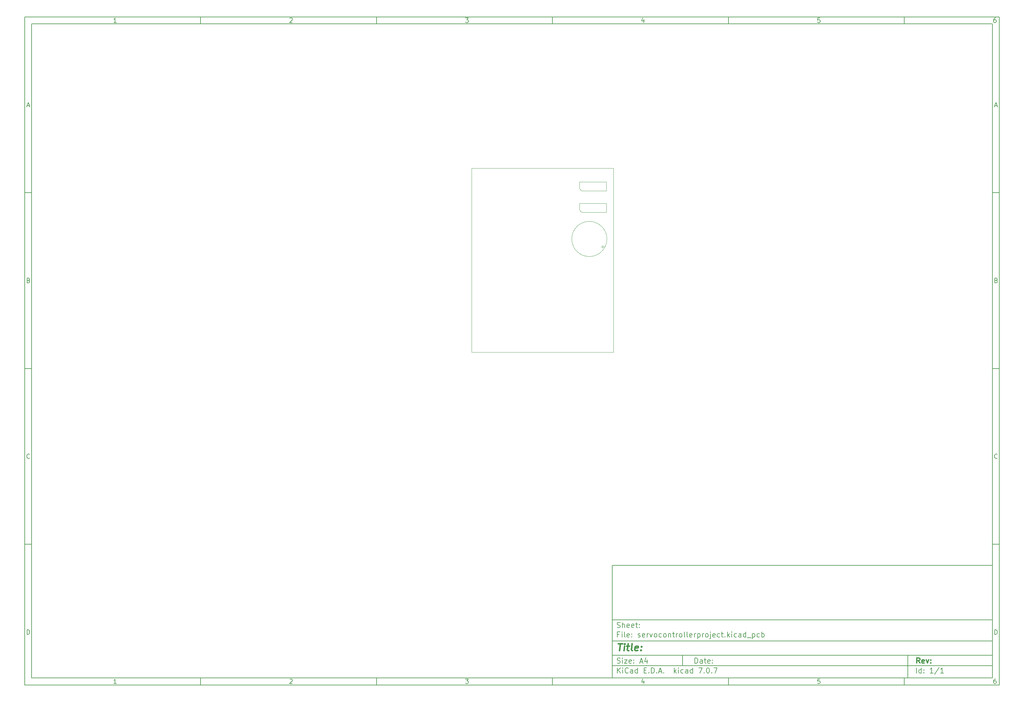
<source format=gbr>
%TF.GenerationSoftware,KiCad,Pcbnew,7.0.7*%
%TF.CreationDate,2024-02-01T17:54:51-08:00*%
%TF.ProjectId,servocontrollerproject,73657276-6f63-46f6-9e74-726f6c6c6572,rev?*%
%TF.SameCoordinates,Original*%
%TF.FileFunction,Profile,NP*%
%FSLAX46Y46*%
G04 Gerber Fmt 4.6, Leading zero omitted, Abs format (unit mm)*
G04 Created by KiCad (PCBNEW 7.0.7) date 2024-02-01 17:54:51*
%MOMM*%
%LPD*%
G01*
G04 APERTURE LIST*
%ADD10C,0.100000*%
%ADD11C,0.150000*%
%ADD12C,0.300000*%
%ADD13C,0.400000*%
%TA.AperFunction,Profile*%
%ADD14C,0.100000*%
%TD*%
G04 APERTURE END LIST*
D10*
D11*
X177002200Y-166007200D02*
X285002200Y-166007200D01*
X285002200Y-198007200D01*
X177002200Y-198007200D01*
X177002200Y-166007200D01*
D10*
D11*
X10000000Y-10000000D02*
X287002200Y-10000000D01*
X287002200Y-200007200D01*
X10000000Y-200007200D01*
X10000000Y-10000000D01*
D10*
D11*
X12000000Y-12000000D02*
X285002200Y-12000000D01*
X285002200Y-198007200D01*
X12000000Y-198007200D01*
X12000000Y-12000000D01*
D10*
D11*
X60000000Y-12000000D02*
X60000000Y-10000000D01*
D10*
D11*
X110000000Y-12000000D02*
X110000000Y-10000000D01*
D10*
D11*
X160000000Y-12000000D02*
X160000000Y-10000000D01*
D10*
D11*
X210000000Y-12000000D02*
X210000000Y-10000000D01*
D10*
D11*
X260000000Y-12000000D02*
X260000000Y-10000000D01*
D10*
D11*
X36089160Y-11593604D02*
X35346303Y-11593604D01*
X35717731Y-11593604D02*
X35717731Y-10293604D01*
X35717731Y-10293604D02*
X35593922Y-10479319D01*
X35593922Y-10479319D02*
X35470112Y-10603128D01*
X35470112Y-10603128D02*
X35346303Y-10665033D01*
D10*
D11*
X85346303Y-10417414D02*
X85408207Y-10355509D01*
X85408207Y-10355509D02*
X85532017Y-10293604D01*
X85532017Y-10293604D02*
X85841541Y-10293604D01*
X85841541Y-10293604D02*
X85965350Y-10355509D01*
X85965350Y-10355509D02*
X86027255Y-10417414D01*
X86027255Y-10417414D02*
X86089160Y-10541223D01*
X86089160Y-10541223D02*
X86089160Y-10665033D01*
X86089160Y-10665033D02*
X86027255Y-10850747D01*
X86027255Y-10850747D02*
X85284398Y-11593604D01*
X85284398Y-11593604D02*
X86089160Y-11593604D01*
D10*
D11*
X135284398Y-10293604D02*
X136089160Y-10293604D01*
X136089160Y-10293604D02*
X135655826Y-10788842D01*
X135655826Y-10788842D02*
X135841541Y-10788842D01*
X135841541Y-10788842D02*
X135965350Y-10850747D01*
X135965350Y-10850747D02*
X136027255Y-10912652D01*
X136027255Y-10912652D02*
X136089160Y-11036461D01*
X136089160Y-11036461D02*
X136089160Y-11345985D01*
X136089160Y-11345985D02*
X136027255Y-11469795D01*
X136027255Y-11469795D02*
X135965350Y-11531700D01*
X135965350Y-11531700D02*
X135841541Y-11593604D01*
X135841541Y-11593604D02*
X135470112Y-11593604D01*
X135470112Y-11593604D02*
X135346303Y-11531700D01*
X135346303Y-11531700D02*
X135284398Y-11469795D01*
D10*
D11*
X185965350Y-10726938D02*
X185965350Y-11593604D01*
X185655826Y-10231700D02*
X185346303Y-11160271D01*
X185346303Y-11160271D02*
X186151064Y-11160271D01*
D10*
D11*
X236027255Y-10293604D02*
X235408207Y-10293604D01*
X235408207Y-10293604D02*
X235346303Y-10912652D01*
X235346303Y-10912652D02*
X235408207Y-10850747D01*
X235408207Y-10850747D02*
X235532017Y-10788842D01*
X235532017Y-10788842D02*
X235841541Y-10788842D01*
X235841541Y-10788842D02*
X235965350Y-10850747D01*
X235965350Y-10850747D02*
X236027255Y-10912652D01*
X236027255Y-10912652D02*
X236089160Y-11036461D01*
X236089160Y-11036461D02*
X236089160Y-11345985D01*
X236089160Y-11345985D02*
X236027255Y-11469795D01*
X236027255Y-11469795D02*
X235965350Y-11531700D01*
X235965350Y-11531700D02*
X235841541Y-11593604D01*
X235841541Y-11593604D02*
X235532017Y-11593604D01*
X235532017Y-11593604D02*
X235408207Y-11531700D01*
X235408207Y-11531700D02*
X235346303Y-11469795D01*
D10*
D11*
X285965350Y-10293604D02*
X285717731Y-10293604D01*
X285717731Y-10293604D02*
X285593922Y-10355509D01*
X285593922Y-10355509D02*
X285532017Y-10417414D01*
X285532017Y-10417414D02*
X285408207Y-10603128D01*
X285408207Y-10603128D02*
X285346303Y-10850747D01*
X285346303Y-10850747D02*
X285346303Y-11345985D01*
X285346303Y-11345985D02*
X285408207Y-11469795D01*
X285408207Y-11469795D02*
X285470112Y-11531700D01*
X285470112Y-11531700D02*
X285593922Y-11593604D01*
X285593922Y-11593604D02*
X285841541Y-11593604D01*
X285841541Y-11593604D02*
X285965350Y-11531700D01*
X285965350Y-11531700D02*
X286027255Y-11469795D01*
X286027255Y-11469795D02*
X286089160Y-11345985D01*
X286089160Y-11345985D02*
X286089160Y-11036461D01*
X286089160Y-11036461D02*
X286027255Y-10912652D01*
X286027255Y-10912652D02*
X285965350Y-10850747D01*
X285965350Y-10850747D02*
X285841541Y-10788842D01*
X285841541Y-10788842D02*
X285593922Y-10788842D01*
X285593922Y-10788842D02*
X285470112Y-10850747D01*
X285470112Y-10850747D02*
X285408207Y-10912652D01*
X285408207Y-10912652D02*
X285346303Y-11036461D01*
D10*
D11*
X60000000Y-198007200D02*
X60000000Y-200007200D01*
D10*
D11*
X110000000Y-198007200D02*
X110000000Y-200007200D01*
D10*
D11*
X160000000Y-198007200D02*
X160000000Y-200007200D01*
D10*
D11*
X210000000Y-198007200D02*
X210000000Y-200007200D01*
D10*
D11*
X260000000Y-198007200D02*
X260000000Y-200007200D01*
D10*
D11*
X36089160Y-199600804D02*
X35346303Y-199600804D01*
X35717731Y-199600804D02*
X35717731Y-198300804D01*
X35717731Y-198300804D02*
X35593922Y-198486519D01*
X35593922Y-198486519D02*
X35470112Y-198610328D01*
X35470112Y-198610328D02*
X35346303Y-198672233D01*
D10*
D11*
X85346303Y-198424614D02*
X85408207Y-198362709D01*
X85408207Y-198362709D02*
X85532017Y-198300804D01*
X85532017Y-198300804D02*
X85841541Y-198300804D01*
X85841541Y-198300804D02*
X85965350Y-198362709D01*
X85965350Y-198362709D02*
X86027255Y-198424614D01*
X86027255Y-198424614D02*
X86089160Y-198548423D01*
X86089160Y-198548423D02*
X86089160Y-198672233D01*
X86089160Y-198672233D02*
X86027255Y-198857947D01*
X86027255Y-198857947D02*
X85284398Y-199600804D01*
X85284398Y-199600804D02*
X86089160Y-199600804D01*
D10*
D11*
X135284398Y-198300804D02*
X136089160Y-198300804D01*
X136089160Y-198300804D02*
X135655826Y-198796042D01*
X135655826Y-198796042D02*
X135841541Y-198796042D01*
X135841541Y-198796042D02*
X135965350Y-198857947D01*
X135965350Y-198857947D02*
X136027255Y-198919852D01*
X136027255Y-198919852D02*
X136089160Y-199043661D01*
X136089160Y-199043661D02*
X136089160Y-199353185D01*
X136089160Y-199353185D02*
X136027255Y-199476995D01*
X136027255Y-199476995D02*
X135965350Y-199538900D01*
X135965350Y-199538900D02*
X135841541Y-199600804D01*
X135841541Y-199600804D02*
X135470112Y-199600804D01*
X135470112Y-199600804D02*
X135346303Y-199538900D01*
X135346303Y-199538900D02*
X135284398Y-199476995D01*
D10*
D11*
X185965350Y-198734138D02*
X185965350Y-199600804D01*
X185655826Y-198238900D02*
X185346303Y-199167471D01*
X185346303Y-199167471D02*
X186151064Y-199167471D01*
D10*
D11*
X236027255Y-198300804D02*
X235408207Y-198300804D01*
X235408207Y-198300804D02*
X235346303Y-198919852D01*
X235346303Y-198919852D02*
X235408207Y-198857947D01*
X235408207Y-198857947D02*
X235532017Y-198796042D01*
X235532017Y-198796042D02*
X235841541Y-198796042D01*
X235841541Y-198796042D02*
X235965350Y-198857947D01*
X235965350Y-198857947D02*
X236027255Y-198919852D01*
X236027255Y-198919852D02*
X236089160Y-199043661D01*
X236089160Y-199043661D02*
X236089160Y-199353185D01*
X236089160Y-199353185D02*
X236027255Y-199476995D01*
X236027255Y-199476995D02*
X235965350Y-199538900D01*
X235965350Y-199538900D02*
X235841541Y-199600804D01*
X235841541Y-199600804D02*
X235532017Y-199600804D01*
X235532017Y-199600804D02*
X235408207Y-199538900D01*
X235408207Y-199538900D02*
X235346303Y-199476995D01*
D10*
D11*
X285965350Y-198300804D02*
X285717731Y-198300804D01*
X285717731Y-198300804D02*
X285593922Y-198362709D01*
X285593922Y-198362709D02*
X285532017Y-198424614D01*
X285532017Y-198424614D02*
X285408207Y-198610328D01*
X285408207Y-198610328D02*
X285346303Y-198857947D01*
X285346303Y-198857947D02*
X285346303Y-199353185D01*
X285346303Y-199353185D02*
X285408207Y-199476995D01*
X285408207Y-199476995D02*
X285470112Y-199538900D01*
X285470112Y-199538900D02*
X285593922Y-199600804D01*
X285593922Y-199600804D02*
X285841541Y-199600804D01*
X285841541Y-199600804D02*
X285965350Y-199538900D01*
X285965350Y-199538900D02*
X286027255Y-199476995D01*
X286027255Y-199476995D02*
X286089160Y-199353185D01*
X286089160Y-199353185D02*
X286089160Y-199043661D01*
X286089160Y-199043661D02*
X286027255Y-198919852D01*
X286027255Y-198919852D02*
X285965350Y-198857947D01*
X285965350Y-198857947D02*
X285841541Y-198796042D01*
X285841541Y-198796042D02*
X285593922Y-198796042D01*
X285593922Y-198796042D02*
X285470112Y-198857947D01*
X285470112Y-198857947D02*
X285408207Y-198919852D01*
X285408207Y-198919852D02*
X285346303Y-199043661D01*
D10*
D11*
X10000000Y-60000000D02*
X12000000Y-60000000D01*
D10*
D11*
X10000000Y-110000000D02*
X12000000Y-110000000D01*
D10*
D11*
X10000000Y-160000000D02*
X12000000Y-160000000D01*
D10*
D11*
X10690476Y-35222176D02*
X11309523Y-35222176D01*
X10566666Y-35593604D02*
X10999999Y-34293604D01*
X10999999Y-34293604D02*
X11433333Y-35593604D01*
D10*
D11*
X11092857Y-84912652D02*
X11278571Y-84974557D01*
X11278571Y-84974557D02*
X11340476Y-85036461D01*
X11340476Y-85036461D02*
X11402380Y-85160271D01*
X11402380Y-85160271D02*
X11402380Y-85345985D01*
X11402380Y-85345985D02*
X11340476Y-85469795D01*
X11340476Y-85469795D02*
X11278571Y-85531700D01*
X11278571Y-85531700D02*
X11154761Y-85593604D01*
X11154761Y-85593604D02*
X10659523Y-85593604D01*
X10659523Y-85593604D02*
X10659523Y-84293604D01*
X10659523Y-84293604D02*
X11092857Y-84293604D01*
X11092857Y-84293604D02*
X11216666Y-84355509D01*
X11216666Y-84355509D02*
X11278571Y-84417414D01*
X11278571Y-84417414D02*
X11340476Y-84541223D01*
X11340476Y-84541223D02*
X11340476Y-84665033D01*
X11340476Y-84665033D02*
X11278571Y-84788842D01*
X11278571Y-84788842D02*
X11216666Y-84850747D01*
X11216666Y-84850747D02*
X11092857Y-84912652D01*
X11092857Y-84912652D02*
X10659523Y-84912652D01*
D10*
D11*
X11402380Y-135469795D02*
X11340476Y-135531700D01*
X11340476Y-135531700D02*
X11154761Y-135593604D01*
X11154761Y-135593604D02*
X11030952Y-135593604D01*
X11030952Y-135593604D02*
X10845238Y-135531700D01*
X10845238Y-135531700D02*
X10721428Y-135407890D01*
X10721428Y-135407890D02*
X10659523Y-135284080D01*
X10659523Y-135284080D02*
X10597619Y-135036461D01*
X10597619Y-135036461D02*
X10597619Y-134850747D01*
X10597619Y-134850747D02*
X10659523Y-134603128D01*
X10659523Y-134603128D02*
X10721428Y-134479319D01*
X10721428Y-134479319D02*
X10845238Y-134355509D01*
X10845238Y-134355509D02*
X11030952Y-134293604D01*
X11030952Y-134293604D02*
X11154761Y-134293604D01*
X11154761Y-134293604D02*
X11340476Y-134355509D01*
X11340476Y-134355509D02*
X11402380Y-134417414D01*
D10*
D11*
X10659523Y-185593604D02*
X10659523Y-184293604D01*
X10659523Y-184293604D02*
X10969047Y-184293604D01*
X10969047Y-184293604D02*
X11154761Y-184355509D01*
X11154761Y-184355509D02*
X11278571Y-184479319D01*
X11278571Y-184479319D02*
X11340476Y-184603128D01*
X11340476Y-184603128D02*
X11402380Y-184850747D01*
X11402380Y-184850747D02*
X11402380Y-185036461D01*
X11402380Y-185036461D02*
X11340476Y-185284080D01*
X11340476Y-185284080D02*
X11278571Y-185407890D01*
X11278571Y-185407890D02*
X11154761Y-185531700D01*
X11154761Y-185531700D02*
X10969047Y-185593604D01*
X10969047Y-185593604D02*
X10659523Y-185593604D01*
D10*
D11*
X287002200Y-60000000D02*
X285002200Y-60000000D01*
D10*
D11*
X287002200Y-110000000D02*
X285002200Y-110000000D01*
D10*
D11*
X287002200Y-160000000D02*
X285002200Y-160000000D01*
D10*
D11*
X285692676Y-35222176D02*
X286311723Y-35222176D01*
X285568866Y-35593604D02*
X286002199Y-34293604D01*
X286002199Y-34293604D02*
X286435533Y-35593604D01*
D10*
D11*
X286095057Y-84912652D02*
X286280771Y-84974557D01*
X286280771Y-84974557D02*
X286342676Y-85036461D01*
X286342676Y-85036461D02*
X286404580Y-85160271D01*
X286404580Y-85160271D02*
X286404580Y-85345985D01*
X286404580Y-85345985D02*
X286342676Y-85469795D01*
X286342676Y-85469795D02*
X286280771Y-85531700D01*
X286280771Y-85531700D02*
X286156961Y-85593604D01*
X286156961Y-85593604D02*
X285661723Y-85593604D01*
X285661723Y-85593604D02*
X285661723Y-84293604D01*
X285661723Y-84293604D02*
X286095057Y-84293604D01*
X286095057Y-84293604D02*
X286218866Y-84355509D01*
X286218866Y-84355509D02*
X286280771Y-84417414D01*
X286280771Y-84417414D02*
X286342676Y-84541223D01*
X286342676Y-84541223D02*
X286342676Y-84665033D01*
X286342676Y-84665033D02*
X286280771Y-84788842D01*
X286280771Y-84788842D02*
X286218866Y-84850747D01*
X286218866Y-84850747D02*
X286095057Y-84912652D01*
X286095057Y-84912652D02*
X285661723Y-84912652D01*
D10*
D11*
X286404580Y-135469795D02*
X286342676Y-135531700D01*
X286342676Y-135531700D02*
X286156961Y-135593604D01*
X286156961Y-135593604D02*
X286033152Y-135593604D01*
X286033152Y-135593604D02*
X285847438Y-135531700D01*
X285847438Y-135531700D02*
X285723628Y-135407890D01*
X285723628Y-135407890D02*
X285661723Y-135284080D01*
X285661723Y-135284080D02*
X285599819Y-135036461D01*
X285599819Y-135036461D02*
X285599819Y-134850747D01*
X285599819Y-134850747D02*
X285661723Y-134603128D01*
X285661723Y-134603128D02*
X285723628Y-134479319D01*
X285723628Y-134479319D02*
X285847438Y-134355509D01*
X285847438Y-134355509D02*
X286033152Y-134293604D01*
X286033152Y-134293604D02*
X286156961Y-134293604D01*
X286156961Y-134293604D02*
X286342676Y-134355509D01*
X286342676Y-134355509D02*
X286404580Y-134417414D01*
D10*
D11*
X285661723Y-185593604D02*
X285661723Y-184293604D01*
X285661723Y-184293604D02*
X285971247Y-184293604D01*
X285971247Y-184293604D02*
X286156961Y-184355509D01*
X286156961Y-184355509D02*
X286280771Y-184479319D01*
X286280771Y-184479319D02*
X286342676Y-184603128D01*
X286342676Y-184603128D02*
X286404580Y-184850747D01*
X286404580Y-184850747D02*
X286404580Y-185036461D01*
X286404580Y-185036461D02*
X286342676Y-185284080D01*
X286342676Y-185284080D02*
X286280771Y-185407890D01*
X286280771Y-185407890D02*
X286156961Y-185531700D01*
X286156961Y-185531700D02*
X285971247Y-185593604D01*
X285971247Y-185593604D02*
X285661723Y-185593604D01*
D10*
D11*
X200458026Y-193793328D02*
X200458026Y-192293328D01*
X200458026Y-192293328D02*
X200815169Y-192293328D01*
X200815169Y-192293328D02*
X201029455Y-192364757D01*
X201029455Y-192364757D02*
X201172312Y-192507614D01*
X201172312Y-192507614D02*
X201243741Y-192650471D01*
X201243741Y-192650471D02*
X201315169Y-192936185D01*
X201315169Y-192936185D02*
X201315169Y-193150471D01*
X201315169Y-193150471D02*
X201243741Y-193436185D01*
X201243741Y-193436185D02*
X201172312Y-193579042D01*
X201172312Y-193579042D02*
X201029455Y-193721900D01*
X201029455Y-193721900D02*
X200815169Y-193793328D01*
X200815169Y-193793328D02*
X200458026Y-193793328D01*
X202600884Y-193793328D02*
X202600884Y-193007614D01*
X202600884Y-193007614D02*
X202529455Y-192864757D01*
X202529455Y-192864757D02*
X202386598Y-192793328D01*
X202386598Y-192793328D02*
X202100884Y-192793328D01*
X202100884Y-192793328D02*
X201958026Y-192864757D01*
X202600884Y-193721900D02*
X202458026Y-193793328D01*
X202458026Y-193793328D02*
X202100884Y-193793328D01*
X202100884Y-193793328D02*
X201958026Y-193721900D01*
X201958026Y-193721900D02*
X201886598Y-193579042D01*
X201886598Y-193579042D02*
X201886598Y-193436185D01*
X201886598Y-193436185D02*
X201958026Y-193293328D01*
X201958026Y-193293328D02*
X202100884Y-193221900D01*
X202100884Y-193221900D02*
X202458026Y-193221900D01*
X202458026Y-193221900D02*
X202600884Y-193150471D01*
X203100884Y-192793328D02*
X203672312Y-192793328D01*
X203315169Y-192293328D02*
X203315169Y-193579042D01*
X203315169Y-193579042D02*
X203386598Y-193721900D01*
X203386598Y-193721900D02*
X203529455Y-193793328D01*
X203529455Y-193793328D02*
X203672312Y-193793328D01*
X204743741Y-193721900D02*
X204600884Y-193793328D01*
X204600884Y-193793328D02*
X204315170Y-193793328D01*
X204315170Y-193793328D02*
X204172312Y-193721900D01*
X204172312Y-193721900D02*
X204100884Y-193579042D01*
X204100884Y-193579042D02*
X204100884Y-193007614D01*
X204100884Y-193007614D02*
X204172312Y-192864757D01*
X204172312Y-192864757D02*
X204315170Y-192793328D01*
X204315170Y-192793328D02*
X204600884Y-192793328D01*
X204600884Y-192793328D02*
X204743741Y-192864757D01*
X204743741Y-192864757D02*
X204815170Y-193007614D01*
X204815170Y-193007614D02*
X204815170Y-193150471D01*
X204815170Y-193150471D02*
X204100884Y-193293328D01*
X205458026Y-193650471D02*
X205529455Y-193721900D01*
X205529455Y-193721900D02*
X205458026Y-193793328D01*
X205458026Y-193793328D02*
X205386598Y-193721900D01*
X205386598Y-193721900D02*
X205458026Y-193650471D01*
X205458026Y-193650471D02*
X205458026Y-193793328D01*
X205458026Y-192864757D02*
X205529455Y-192936185D01*
X205529455Y-192936185D02*
X205458026Y-193007614D01*
X205458026Y-193007614D02*
X205386598Y-192936185D01*
X205386598Y-192936185D02*
X205458026Y-192864757D01*
X205458026Y-192864757D02*
X205458026Y-193007614D01*
D10*
D11*
X177002200Y-194507200D02*
X285002200Y-194507200D01*
D10*
D11*
X178458026Y-196593328D02*
X178458026Y-195093328D01*
X179315169Y-196593328D02*
X178672312Y-195736185D01*
X179315169Y-195093328D02*
X178458026Y-195950471D01*
X179958026Y-196593328D02*
X179958026Y-195593328D01*
X179958026Y-195093328D02*
X179886598Y-195164757D01*
X179886598Y-195164757D02*
X179958026Y-195236185D01*
X179958026Y-195236185D02*
X180029455Y-195164757D01*
X180029455Y-195164757D02*
X179958026Y-195093328D01*
X179958026Y-195093328D02*
X179958026Y-195236185D01*
X181529455Y-196450471D02*
X181458027Y-196521900D01*
X181458027Y-196521900D02*
X181243741Y-196593328D01*
X181243741Y-196593328D02*
X181100884Y-196593328D01*
X181100884Y-196593328D02*
X180886598Y-196521900D01*
X180886598Y-196521900D02*
X180743741Y-196379042D01*
X180743741Y-196379042D02*
X180672312Y-196236185D01*
X180672312Y-196236185D02*
X180600884Y-195950471D01*
X180600884Y-195950471D02*
X180600884Y-195736185D01*
X180600884Y-195736185D02*
X180672312Y-195450471D01*
X180672312Y-195450471D02*
X180743741Y-195307614D01*
X180743741Y-195307614D02*
X180886598Y-195164757D01*
X180886598Y-195164757D02*
X181100884Y-195093328D01*
X181100884Y-195093328D02*
X181243741Y-195093328D01*
X181243741Y-195093328D02*
X181458027Y-195164757D01*
X181458027Y-195164757D02*
X181529455Y-195236185D01*
X182815170Y-196593328D02*
X182815170Y-195807614D01*
X182815170Y-195807614D02*
X182743741Y-195664757D01*
X182743741Y-195664757D02*
X182600884Y-195593328D01*
X182600884Y-195593328D02*
X182315170Y-195593328D01*
X182315170Y-195593328D02*
X182172312Y-195664757D01*
X182815170Y-196521900D02*
X182672312Y-196593328D01*
X182672312Y-196593328D02*
X182315170Y-196593328D01*
X182315170Y-196593328D02*
X182172312Y-196521900D01*
X182172312Y-196521900D02*
X182100884Y-196379042D01*
X182100884Y-196379042D02*
X182100884Y-196236185D01*
X182100884Y-196236185D02*
X182172312Y-196093328D01*
X182172312Y-196093328D02*
X182315170Y-196021900D01*
X182315170Y-196021900D02*
X182672312Y-196021900D01*
X182672312Y-196021900D02*
X182815170Y-195950471D01*
X184172313Y-196593328D02*
X184172313Y-195093328D01*
X184172313Y-196521900D02*
X184029455Y-196593328D01*
X184029455Y-196593328D02*
X183743741Y-196593328D01*
X183743741Y-196593328D02*
X183600884Y-196521900D01*
X183600884Y-196521900D02*
X183529455Y-196450471D01*
X183529455Y-196450471D02*
X183458027Y-196307614D01*
X183458027Y-196307614D02*
X183458027Y-195879042D01*
X183458027Y-195879042D02*
X183529455Y-195736185D01*
X183529455Y-195736185D02*
X183600884Y-195664757D01*
X183600884Y-195664757D02*
X183743741Y-195593328D01*
X183743741Y-195593328D02*
X184029455Y-195593328D01*
X184029455Y-195593328D02*
X184172313Y-195664757D01*
X186029455Y-195807614D02*
X186529455Y-195807614D01*
X186743741Y-196593328D02*
X186029455Y-196593328D01*
X186029455Y-196593328D02*
X186029455Y-195093328D01*
X186029455Y-195093328D02*
X186743741Y-195093328D01*
X187386598Y-196450471D02*
X187458027Y-196521900D01*
X187458027Y-196521900D02*
X187386598Y-196593328D01*
X187386598Y-196593328D02*
X187315170Y-196521900D01*
X187315170Y-196521900D02*
X187386598Y-196450471D01*
X187386598Y-196450471D02*
X187386598Y-196593328D01*
X188100884Y-196593328D02*
X188100884Y-195093328D01*
X188100884Y-195093328D02*
X188458027Y-195093328D01*
X188458027Y-195093328D02*
X188672313Y-195164757D01*
X188672313Y-195164757D02*
X188815170Y-195307614D01*
X188815170Y-195307614D02*
X188886599Y-195450471D01*
X188886599Y-195450471D02*
X188958027Y-195736185D01*
X188958027Y-195736185D02*
X188958027Y-195950471D01*
X188958027Y-195950471D02*
X188886599Y-196236185D01*
X188886599Y-196236185D02*
X188815170Y-196379042D01*
X188815170Y-196379042D02*
X188672313Y-196521900D01*
X188672313Y-196521900D02*
X188458027Y-196593328D01*
X188458027Y-196593328D02*
X188100884Y-196593328D01*
X189600884Y-196450471D02*
X189672313Y-196521900D01*
X189672313Y-196521900D02*
X189600884Y-196593328D01*
X189600884Y-196593328D02*
X189529456Y-196521900D01*
X189529456Y-196521900D02*
X189600884Y-196450471D01*
X189600884Y-196450471D02*
X189600884Y-196593328D01*
X190243742Y-196164757D02*
X190958028Y-196164757D01*
X190100885Y-196593328D02*
X190600885Y-195093328D01*
X190600885Y-195093328D02*
X191100885Y-196593328D01*
X191600884Y-196450471D02*
X191672313Y-196521900D01*
X191672313Y-196521900D02*
X191600884Y-196593328D01*
X191600884Y-196593328D02*
X191529456Y-196521900D01*
X191529456Y-196521900D02*
X191600884Y-196450471D01*
X191600884Y-196450471D02*
X191600884Y-196593328D01*
X194600884Y-196593328D02*
X194600884Y-195093328D01*
X194743742Y-196021900D02*
X195172313Y-196593328D01*
X195172313Y-195593328D02*
X194600884Y-196164757D01*
X195815170Y-196593328D02*
X195815170Y-195593328D01*
X195815170Y-195093328D02*
X195743742Y-195164757D01*
X195743742Y-195164757D02*
X195815170Y-195236185D01*
X195815170Y-195236185D02*
X195886599Y-195164757D01*
X195886599Y-195164757D02*
X195815170Y-195093328D01*
X195815170Y-195093328D02*
X195815170Y-195236185D01*
X197172314Y-196521900D02*
X197029456Y-196593328D01*
X197029456Y-196593328D02*
X196743742Y-196593328D01*
X196743742Y-196593328D02*
X196600885Y-196521900D01*
X196600885Y-196521900D02*
X196529456Y-196450471D01*
X196529456Y-196450471D02*
X196458028Y-196307614D01*
X196458028Y-196307614D02*
X196458028Y-195879042D01*
X196458028Y-195879042D02*
X196529456Y-195736185D01*
X196529456Y-195736185D02*
X196600885Y-195664757D01*
X196600885Y-195664757D02*
X196743742Y-195593328D01*
X196743742Y-195593328D02*
X197029456Y-195593328D01*
X197029456Y-195593328D02*
X197172314Y-195664757D01*
X198458028Y-196593328D02*
X198458028Y-195807614D01*
X198458028Y-195807614D02*
X198386599Y-195664757D01*
X198386599Y-195664757D02*
X198243742Y-195593328D01*
X198243742Y-195593328D02*
X197958028Y-195593328D01*
X197958028Y-195593328D02*
X197815170Y-195664757D01*
X198458028Y-196521900D02*
X198315170Y-196593328D01*
X198315170Y-196593328D02*
X197958028Y-196593328D01*
X197958028Y-196593328D02*
X197815170Y-196521900D01*
X197815170Y-196521900D02*
X197743742Y-196379042D01*
X197743742Y-196379042D02*
X197743742Y-196236185D01*
X197743742Y-196236185D02*
X197815170Y-196093328D01*
X197815170Y-196093328D02*
X197958028Y-196021900D01*
X197958028Y-196021900D02*
X198315170Y-196021900D01*
X198315170Y-196021900D02*
X198458028Y-195950471D01*
X199815171Y-196593328D02*
X199815171Y-195093328D01*
X199815171Y-196521900D02*
X199672313Y-196593328D01*
X199672313Y-196593328D02*
X199386599Y-196593328D01*
X199386599Y-196593328D02*
X199243742Y-196521900D01*
X199243742Y-196521900D02*
X199172313Y-196450471D01*
X199172313Y-196450471D02*
X199100885Y-196307614D01*
X199100885Y-196307614D02*
X199100885Y-195879042D01*
X199100885Y-195879042D02*
X199172313Y-195736185D01*
X199172313Y-195736185D02*
X199243742Y-195664757D01*
X199243742Y-195664757D02*
X199386599Y-195593328D01*
X199386599Y-195593328D02*
X199672313Y-195593328D01*
X199672313Y-195593328D02*
X199815171Y-195664757D01*
X201529456Y-195093328D02*
X202529456Y-195093328D01*
X202529456Y-195093328D02*
X201886599Y-196593328D01*
X203100884Y-196450471D02*
X203172313Y-196521900D01*
X203172313Y-196521900D02*
X203100884Y-196593328D01*
X203100884Y-196593328D02*
X203029456Y-196521900D01*
X203029456Y-196521900D02*
X203100884Y-196450471D01*
X203100884Y-196450471D02*
X203100884Y-196593328D01*
X204100885Y-195093328D02*
X204243742Y-195093328D01*
X204243742Y-195093328D02*
X204386599Y-195164757D01*
X204386599Y-195164757D02*
X204458028Y-195236185D01*
X204458028Y-195236185D02*
X204529456Y-195379042D01*
X204529456Y-195379042D02*
X204600885Y-195664757D01*
X204600885Y-195664757D02*
X204600885Y-196021900D01*
X204600885Y-196021900D02*
X204529456Y-196307614D01*
X204529456Y-196307614D02*
X204458028Y-196450471D01*
X204458028Y-196450471D02*
X204386599Y-196521900D01*
X204386599Y-196521900D02*
X204243742Y-196593328D01*
X204243742Y-196593328D02*
X204100885Y-196593328D01*
X204100885Y-196593328D02*
X203958028Y-196521900D01*
X203958028Y-196521900D02*
X203886599Y-196450471D01*
X203886599Y-196450471D02*
X203815170Y-196307614D01*
X203815170Y-196307614D02*
X203743742Y-196021900D01*
X203743742Y-196021900D02*
X203743742Y-195664757D01*
X203743742Y-195664757D02*
X203815170Y-195379042D01*
X203815170Y-195379042D02*
X203886599Y-195236185D01*
X203886599Y-195236185D02*
X203958028Y-195164757D01*
X203958028Y-195164757D02*
X204100885Y-195093328D01*
X205243741Y-196450471D02*
X205315170Y-196521900D01*
X205315170Y-196521900D02*
X205243741Y-196593328D01*
X205243741Y-196593328D02*
X205172313Y-196521900D01*
X205172313Y-196521900D02*
X205243741Y-196450471D01*
X205243741Y-196450471D02*
X205243741Y-196593328D01*
X205815170Y-195093328D02*
X206815170Y-195093328D01*
X206815170Y-195093328D02*
X206172313Y-196593328D01*
D10*
D11*
X177002200Y-191507200D02*
X285002200Y-191507200D01*
D10*
D12*
X264413853Y-193785528D02*
X263913853Y-193071242D01*
X263556710Y-193785528D02*
X263556710Y-192285528D01*
X263556710Y-192285528D02*
X264128139Y-192285528D01*
X264128139Y-192285528D02*
X264270996Y-192356957D01*
X264270996Y-192356957D02*
X264342425Y-192428385D01*
X264342425Y-192428385D02*
X264413853Y-192571242D01*
X264413853Y-192571242D02*
X264413853Y-192785528D01*
X264413853Y-192785528D02*
X264342425Y-192928385D01*
X264342425Y-192928385D02*
X264270996Y-192999814D01*
X264270996Y-192999814D02*
X264128139Y-193071242D01*
X264128139Y-193071242D02*
X263556710Y-193071242D01*
X265628139Y-193714100D02*
X265485282Y-193785528D01*
X265485282Y-193785528D02*
X265199568Y-193785528D01*
X265199568Y-193785528D02*
X265056710Y-193714100D01*
X265056710Y-193714100D02*
X264985282Y-193571242D01*
X264985282Y-193571242D02*
X264985282Y-192999814D01*
X264985282Y-192999814D02*
X265056710Y-192856957D01*
X265056710Y-192856957D02*
X265199568Y-192785528D01*
X265199568Y-192785528D02*
X265485282Y-192785528D01*
X265485282Y-192785528D02*
X265628139Y-192856957D01*
X265628139Y-192856957D02*
X265699568Y-192999814D01*
X265699568Y-192999814D02*
X265699568Y-193142671D01*
X265699568Y-193142671D02*
X264985282Y-193285528D01*
X266199567Y-192785528D02*
X266556710Y-193785528D01*
X266556710Y-193785528D02*
X266913853Y-192785528D01*
X267485281Y-193642671D02*
X267556710Y-193714100D01*
X267556710Y-193714100D02*
X267485281Y-193785528D01*
X267485281Y-193785528D02*
X267413853Y-193714100D01*
X267413853Y-193714100D02*
X267485281Y-193642671D01*
X267485281Y-193642671D02*
X267485281Y-193785528D01*
X267485281Y-192856957D02*
X267556710Y-192928385D01*
X267556710Y-192928385D02*
X267485281Y-192999814D01*
X267485281Y-192999814D02*
X267413853Y-192928385D01*
X267413853Y-192928385D02*
X267485281Y-192856957D01*
X267485281Y-192856957D02*
X267485281Y-192999814D01*
D10*
D11*
X178386598Y-193721900D02*
X178600884Y-193793328D01*
X178600884Y-193793328D02*
X178958026Y-193793328D01*
X178958026Y-193793328D02*
X179100884Y-193721900D01*
X179100884Y-193721900D02*
X179172312Y-193650471D01*
X179172312Y-193650471D02*
X179243741Y-193507614D01*
X179243741Y-193507614D02*
X179243741Y-193364757D01*
X179243741Y-193364757D02*
X179172312Y-193221900D01*
X179172312Y-193221900D02*
X179100884Y-193150471D01*
X179100884Y-193150471D02*
X178958026Y-193079042D01*
X178958026Y-193079042D02*
X178672312Y-193007614D01*
X178672312Y-193007614D02*
X178529455Y-192936185D01*
X178529455Y-192936185D02*
X178458026Y-192864757D01*
X178458026Y-192864757D02*
X178386598Y-192721900D01*
X178386598Y-192721900D02*
X178386598Y-192579042D01*
X178386598Y-192579042D02*
X178458026Y-192436185D01*
X178458026Y-192436185D02*
X178529455Y-192364757D01*
X178529455Y-192364757D02*
X178672312Y-192293328D01*
X178672312Y-192293328D02*
X179029455Y-192293328D01*
X179029455Y-192293328D02*
X179243741Y-192364757D01*
X179886597Y-193793328D02*
X179886597Y-192793328D01*
X179886597Y-192293328D02*
X179815169Y-192364757D01*
X179815169Y-192364757D02*
X179886597Y-192436185D01*
X179886597Y-192436185D02*
X179958026Y-192364757D01*
X179958026Y-192364757D02*
X179886597Y-192293328D01*
X179886597Y-192293328D02*
X179886597Y-192436185D01*
X180458026Y-192793328D02*
X181243741Y-192793328D01*
X181243741Y-192793328D02*
X180458026Y-193793328D01*
X180458026Y-193793328D02*
X181243741Y-193793328D01*
X182386598Y-193721900D02*
X182243741Y-193793328D01*
X182243741Y-193793328D02*
X181958027Y-193793328D01*
X181958027Y-193793328D02*
X181815169Y-193721900D01*
X181815169Y-193721900D02*
X181743741Y-193579042D01*
X181743741Y-193579042D02*
X181743741Y-193007614D01*
X181743741Y-193007614D02*
X181815169Y-192864757D01*
X181815169Y-192864757D02*
X181958027Y-192793328D01*
X181958027Y-192793328D02*
X182243741Y-192793328D01*
X182243741Y-192793328D02*
X182386598Y-192864757D01*
X182386598Y-192864757D02*
X182458027Y-193007614D01*
X182458027Y-193007614D02*
X182458027Y-193150471D01*
X182458027Y-193150471D02*
X181743741Y-193293328D01*
X183100883Y-193650471D02*
X183172312Y-193721900D01*
X183172312Y-193721900D02*
X183100883Y-193793328D01*
X183100883Y-193793328D02*
X183029455Y-193721900D01*
X183029455Y-193721900D02*
X183100883Y-193650471D01*
X183100883Y-193650471D02*
X183100883Y-193793328D01*
X183100883Y-192864757D02*
X183172312Y-192936185D01*
X183172312Y-192936185D02*
X183100883Y-193007614D01*
X183100883Y-193007614D02*
X183029455Y-192936185D01*
X183029455Y-192936185D02*
X183100883Y-192864757D01*
X183100883Y-192864757D02*
X183100883Y-193007614D01*
X184886598Y-193364757D02*
X185600884Y-193364757D01*
X184743741Y-193793328D02*
X185243741Y-192293328D01*
X185243741Y-192293328D02*
X185743741Y-193793328D01*
X186886598Y-192793328D02*
X186886598Y-193793328D01*
X186529455Y-192221900D02*
X186172312Y-193293328D01*
X186172312Y-193293328D02*
X187100883Y-193293328D01*
D10*
D11*
X263458026Y-196593328D02*
X263458026Y-195093328D01*
X264815170Y-196593328D02*
X264815170Y-195093328D01*
X264815170Y-196521900D02*
X264672312Y-196593328D01*
X264672312Y-196593328D02*
X264386598Y-196593328D01*
X264386598Y-196593328D02*
X264243741Y-196521900D01*
X264243741Y-196521900D02*
X264172312Y-196450471D01*
X264172312Y-196450471D02*
X264100884Y-196307614D01*
X264100884Y-196307614D02*
X264100884Y-195879042D01*
X264100884Y-195879042D02*
X264172312Y-195736185D01*
X264172312Y-195736185D02*
X264243741Y-195664757D01*
X264243741Y-195664757D02*
X264386598Y-195593328D01*
X264386598Y-195593328D02*
X264672312Y-195593328D01*
X264672312Y-195593328D02*
X264815170Y-195664757D01*
X265529455Y-196450471D02*
X265600884Y-196521900D01*
X265600884Y-196521900D02*
X265529455Y-196593328D01*
X265529455Y-196593328D02*
X265458027Y-196521900D01*
X265458027Y-196521900D02*
X265529455Y-196450471D01*
X265529455Y-196450471D02*
X265529455Y-196593328D01*
X265529455Y-195664757D02*
X265600884Y-195736185D01*
X265600884Y-195736185D02*
X265529455Y-195807614D01*
X265529455Y-195807614D02*
X265458027Y-195736185D01*
X265458027Y-195736185D02*
X265529455Y-195664757D01*
X265529455Y-195664757D02*
X265529455Y-195807614D01*
X268172313Y-196593328D02*
X267315170Y-196593328D01*
X267743741Y-196593328D02*
X267743741Y-195093328D01*
X267743741Y-195093328D02*
X267600884Y-195307614D01*
X267600884Y-195307614D02*
X267458027Y-195450471D01*
X267458027Y-195450471D02*
X267315170Y-195521900D01*
X269886598Y-195021900D02*
X268600884Y-196950471D01*
X271172313Y-196593328D02*
X270315170Y-196593328D01*
X270743741Y-196593328D02*
X270743741Y-195093328D01*
X270743741Y-195093328D02*
X270600884Y-195307614D01*
X270600884Y-195307614D02*
X270458027Y-195450471D01*
X270458027Y-195450471D02*
X270315170Y-195521900D01*
D10*
D11*
X177002200Y-187507200D02*
X285002200Y-187507200D01*
D10*
D13*
X178693928Y-188211638D02*
X179836785Y-188211638D01*
X179015357Y-190211638D02*
X179265357Y-188211638D01*
X180253452Y-190211638D02*
X180420119Y-188878304D01*
X180503452Y-188211638D02*
X180396309Y-188306876D01*
X180396309Y-188306876D02*
X180479643Y-188402114D01*
X180479643Y-188402114D02*
X180586786Y-188306876D01*
X180586786Y-188306876D02*
X180503452Y-188211638D01*
X180503452Y-188211638D02*
X180479643Y-188402114D01*
X181086786Y-188878304D02*
X181848690Y-188878304D01*
X181455833Y-188211638D02*
X181241548Y-189925923D01*
X181241548Y-189925923D02*
X181312976Y-190116400D01*
X181312976Y-190116400D02*
X181491548Y-190211638D01*
X181491548Y-190211638D02*
X181682024Y-190211638D01*
X182634405Y-190211638D02*
X182455833Y-190116400D01*
X182455833Y-190116400D02*
X182384405Y-189925923D01*
X182384405Y-189925923D02*
X182598690Y-188211638D01*
X184170119Y-190116400D02*
X183967738Y-190211638D01*
X183967738Y-190211638D02*
X183586785Y-190211638D01*
X183586785Y-190211638D02*
X183408214Y-190116400D01*
X183408214Y-190116400D02*
X183336785Y-189925923D01*
X183336785Y-189925923D02*
X183432024Y-189164019D01*
X183432024Y-189164019D02*
X183551071Y-188973542D01*
X183551071Y-188973542D02*
X183753452Y-188878304D01*
X183753452Y-188878304D02*
X184134404Y-188878304D01*
X184134404Y-188878304D02*
X184312976Y-188973542D01*
X184312976Y-188973542D02*
X184384404Y-189164019D01*
X184384404Y-189164019D02*
X184360595Y-189354495D01*
X184360595Y-189354495D02*
X183384404Y-189544971D01*
X185134405Y-190021161D02*
X185217738Y-190116400D01*
X185217738Y-190116400D02*
X185110595Y-190211638D01*
X185110595Y-190211638D02*
X185027262Y-190116400D01*
X185027262Y-190116400D02*
X185134405Y-190021161D01*
X185134405Y-190021161D02*
X185110595Y-190211638D01*
X185265357Y-188973542D02*
X185348690Y-189068780D01*
X185348690Y-189068780D02*
X185241548Y-189164019D01*
X185241548Y-189164019D02*
X185158214Y-189068780D01*
X185158214Y-189068780D02*
X185265357Y-188973542D01*
X185265357Y-188973542D02*
X185241548Y-189164019D01*
D10*
D11*
X178958026Y-185607614D02*
X178458026Y-185607614D01*
X178458026Y-186393328D02*
X178458026Y-184893328D01*
X178458026Y-184893328D02*
X179172312Y-184893328D01*
X179743740Y-186393328D02*
X179743740Y-185393328D01*
X179743740Y-184893328D02*
X179672312Y-184964757D01*
X179672312Y-184964757D02*
X179743740Y-185036185D01*
X179743740Y-185036185D02*
X179815169Y-184964757D01*
X179815169Y-184964757D02*
X179743740Y-184893328D01*
X179743740Y-184893328D02*
X179743740Y-185036185D01*
X180672312Y-186393328D02*
X180529455Y-186321900D01*
X180529455Y-186321900D02*
X180458026Y-186179042D01*
X180458026Y-186179042D02*
X180458026Y-184893328D01*
X181815169Y-186321900D02*
X181672312Y-186393328D01*
X181672312Y-186393328D02*
X181386598Y-186393328D01*
X181386598Y-186393328D02*
X181243740Y-186321900D01*
X181243740Y-186321900D02*
X181172312Y-186179042D01*
X181172312Y-186179042D02*
X181172312Y-185607614D01*
X181172312Y-185607614D02*
X181243740Y-185464757D01*
X181243740Y-185464757D02*
X181386598Y-185393328D01*
X181386598Y-185393328D02*
X181672312Y-185393328D01*
X181672312Y-185393328D02*
X181815169Y-185464757D01*
X181815169Y-185464757D02*
X181886598Y-185607614D01*
X181886598Y-185607614D02*
X181886598Y-185750471D01*
X181886598Y-185750471D02*
X181172312Y-185893328D01*
X182529454Y-186250471D02*
X182600883Y-186321900D01*
X182600883Y-186321900D02*
X182529454Y-186393328D01*
X182529454Y-186393328D02*
X182458026Y-186321900D01*
X182458026Y-186321900D02*
X182529454Y-186250471D01*
X182529454Y-186250471D02*
X182529454Y-186393328D01*
X182529454Y-185464757D02*
X182600883Y-185536185D01*
X182600883Y-185536185D02*
X182529454Y-185607614D01*
X182529454Y-185607614D02*
X182458026Y-185536185D01*
X182458026Y-185536185D02*
X182529454Y-185464757D01*
X182529454Y-185464757D02*
X182529454Y-185607614D01*
X184315169Y-186321900D02*
X184458026Y-186393328D01*
X184458026Y-186393328D02*
X184743740Y-186393328D01*
X184743740Y-186393328D02*
X184886597Y-186321900D01*
X184886597Y-186321900D02*
X184958026Y-186179042D01*
X184958026Y-186179042D02*
X184958026Y-186107614D01*
X184958026Y-186107614D02*
X184886597Y-185964757D01*
X184886597Y-185964757D02*
X184743740Y-185893328D01*
X184743740Y-185893328D02*
X184529455Y-185893328D01*
X184529455Y-185893328D02*
X184386597Y-185821900D01*
X184386597Y-185821900D02*
X184315169Y-185679042D01*
X184315169Y-185679042D02*
X184315169Y-185607614D01*
X184315169Y-185607614D02*
X184386597Y-185464757D01*
X184386597Y-185464757D02*
X184529455Y-185393328D01*
X184529455Y-185393328D02*
X184743740Y-185393328D01*
X184743740Y-185393328D02*
X184886597Y-185464757D01*
X186172312Y-186321900D02*
X186029455Y-186393328D01*
X186029455Y-186393328D02*
X185743741Y-186393328D01*
X185743741Y-186393328D02*
X185600883Y-186321900D01*
X185600883Y-186321900D02*
X185529455Y-186179042D01*
X185529455Y-186179042D02*
X185529455Y-185607614D01*
X185529455Y-185607614D02*
X185600883Y-185464757D01*
X185600883Y-185464757D02*
X185743741Y-185393328D01*
X185743741Y-185393328D02*
X186029455Y-185393328D01*
X186029455Y-185393328D02*
X186172312Y-185464757D01*
X186172312Y-185464757D02*
X186243741Y-185607614D01*
X186243741Y-185607614D02*
X186243741Y-185750471D01*
X186243741Y-185750471D02*
X185529455Y-185893328D01*
X186886597Y-186393328D02*
X186886597Y-185393328D01*
X186886597Y-185679042D02*
X186958026Y-185536185D01*
X186958026Y-185536185D02*
X187029455Y-185464757D01*
X187029455Y-185464757D02*
X187172312Y-185393328D01*
X187172312Y-185393328D02*
X187315169Y-185393328D01*
X187672311Y-185393328D02*
X188029454Y-186393328D01*
X188029454Y-186393328D02*
X188386597Y-185393328D01*
X189172311Y-186393328D02*
X189029454Y-186321900D01*
X189029454Y-186321900D02*
X188958025Y-186250471D01*
X188958025Y-186250471D02*
X188886597Y-186107614D01*
X188886597Y-186107614D02*
X188886597Y-185679042D01*
X188886597Y-185679042D02*
X188958025Y-185536185D01*
X188958025Y-185536185D02*
X189029454Y-185464757D01*
X189029454Y-185464757D02*
X189172311Y-185393328D01*
X189172311Y-185393328D02*
X189386597Y-185393328D01*
X189386597Y-185393328D02*
X189529454Y-185464757D01*
X189529454Y-185464757D02*
X189600883Y-185536185D01*
X189600883Y-185536185D02*
X189672311Y-185679042D01*
X189672311Y-185679042D02*
X189672311Y-186107614D01*
X189672311Y-186107614D02*
X189600883Y-186250471D01*
X189600883Y-186250471D02*
X189529454Y-186321900D01*
X189529454Y-186321900D02*
X189386597Y-186393328D01*
X189386597Y-186393328D02*
X189172311Y-186393328D01*
X190958026Y-186321900D02*
X190815168Y-186393328D01*
X190815168Y-186393328D02*
X190529454Y-186393328D01*
X190529454Y-186393328D02*
X190386597Y-186321900D01*
X190386597Y-186321900D02*
X190315168Y-186250471D01*
X190315168Y-186250471D02*
X190243740Y-186107614D01*
X190243740Y-186107614D02*
X190243740Y-185679042D01*
X190243740Y-185679042D02*
X190315168Y-185536185D01*
X190315168Y-185536185D02*
X190386597Y-185464757D01*
X190386597Y-185464757D02*
X190529454Y-185393328D01*
X190529454Y-185393328D02*
X190815168Y-185393328D01*
X190815168Y-185393328D02*
X190958026Y-185464757D01*
X191815168Y-186393328D02*
X191672311Y-186321900D01*
X191672311Y-186321900D02*
X191600882Y-186250471D01*
X191600882Y-186250471D02*
X191529454Y-186107614D01*
X191529454Y-186107614D02*
X191529454Y-185679042D01*
X191529454Y-185679042D02*
X191600882Y-185536185D01*
X191600882Y-185536185D02*
X191672311Y-185464757D01*
X191672311Y-185464757D02*
X191815168Y-185393328D01*
X191815168Y-185393328D02*
X192029454Y-185393328D01*
X192029454Y-185393328D02*
X192172311Y-185464757D01*
X192172311Y-185464757D02*
X192243740Y-185536185D01*
X192243740Y-185536185D02*
X192315168Y-185679042D01*
X192315168Y-185679042D02*
X192315168Y-186107614D01*
X192315168Y-186107614D02*
X192243740Y-186250471D01*
X192243740Y-186250471D02*
X192172311Y-186321900D01*
X192172311Y-186321900D02*
X192029454Y-186393328D01*
X192029454Y-186393328D02*
X191815168Y-186393328D01*
X192958025Y-185393328D02*
X192958025Y-186393328D01*
X192958025Y-185536185D02*
X193029454Y-185464757D01*
X193029454Y-185464757D02*
X193172311Y-185393328D01*
X193172311Y-185393328D02*
X193386597Y-185393328D01*
X193386597Y-185393328D02*
X193529454Y-185464757D01*
X193529454Y-185464757D02*
X193600883Y-185607614D01*
X193600883Y-185607614D02*
X193600883Y-186393328D01*
X194100883Y-185393328D02*
X194672311Y-185393328D01*
X194315168Y-184893328D02*
X194315168Y-186179042D01*
X194315168Y-186179042D02*
X194386597Y-186321900D01*
X194386597Y-186321900D02*
X194529454Y-186393328D01*
X194529454Y-186393328D02*
X194672311Y-186393328D01*
X195172311Y-186393328D02*
X195172311Y-185393328D01*
X195172311Y-185679042D02*
X195243740Y-185536185D01*
X195243740Y-185536185D02*
X195315169Y-185464757D01*
X195315169Y-185464757D02*
X195458026Y-185393328D01*
X195458026Y-185393328D02*
X195600883Y-185393328D01*
X196315168Y-186393328D02*
X196172311Y-186321900D01*
X196172311Y-186321900D02*
X196100882Y-186250471D01*
X196100882Y-186250471D02*
X196029454Y-186107614D01*
X196029454Y-186107614D02*
X196029454Y-185679042D01*
X196029454Y-185679042D02*
X196100882Y-185536185D01*
X196100882Y-185536185D02*
X196172311Y-185464757D01*
X196172311Y-185464757D02*
X196315168Y-185393328D01*
X196315168Y-185393328D02*
X196529454Y-185393328D01*
X196529454Y-185393328D02*
X196672311Y-185464757D01*
X196672311Y-185464757D02*
X196743740Y-185536185D01*
X196743740Y-185536185D02*
X196815168Y-185679042D01*
X196815168Y-185679042D02*
X196815168Y-186107614D01*
X196815168Y-186107614D02*
X196743740Y-186250471D01*
X196743740Y-186250471D02*
X196672311Y-186321900D01*
X196672311Y-186321900D02*
X196529454Y-186393328D01*
X196529454Y-186393328D02*
X196315168Y-186393328D01*
X197672311Y-186393328D02*
X197529454Y-186321900D01*
X197529454Y-186321900D02*
X197458025Y-186179042D01*
X197458025Y-186179042D02*
X197458025Y-184893328D01*
X198458025Y-186393328D02*
X198315168Y-186321900D01*
X198315168Y-186321900D02*
X198243739Y-186179042D01*
X198243739Y-186179042D02*
X198243739Y-184893328D01*
X199600882Y-186321900D02*
X199458025Y-186393328D01*
X199458025Y-186393328D02*
X199172311Y-186393328D01*
X199172311Y-186393328D02*
X199029453Y-186321900D01*
X199029453Y-186321900D02*
X198958025Y-186179042D01*
X198958025Y-186179042D02*
X198958025Y-185607614D01*
X198958025Y-185607614D02*
X199029453Y-185464757D01*
X199029453Y-185464757D02*
X199172311Y-185393328D01*
X199172311Y-185393328D02*
X199458025Y-185393328D01*
X199458025Y-185393328D02*
X199600882Y-185464757D01*
X199600882Y-185464757D02*
X199672311Y-185607614D01*
X199672311Y-185607614D02*
X199672311Y-185750471D01*
X199672311Y-185750471D02*
X198958025Y-185893328D01*
X200315167Y-186393328D02*
X200315167Y-185393328D01*
X200315167Y-185679042D02*
X200386596Y-185536185D01*
X200386596Y-185536185D02*
X200458025Y-185464757D01*
X200458025Y-185464757D02*
X200600882Y-185393328D01*
X200600882Y-185393328D02*
X200743739Y-185393328D01*
X201243738Y-185393328D02*
X201243738Y-186893328D01*
X201243738Y-185464757D02*
X201386596Y-185393328D01*
X201386596Y-185393328D02*
X201672310Y-185393328D01*
X201672310Y-185393328D02*
X201815167Y-185464757D01*
X201815167Y-185464757D02*
X201886596Y-185536185D01*
X201886596Y-185536185D02*
X201958024Y-185679042D01*
X201958024Y-185679042D02*
X201958024Y-186107614D01*
X201958024Y-186107614D02*
X201886596Y-186250471D01*
X201886596Y-186250471D02*
X201815167Y-186321900D01*
X201815167Y-186321900D02*
X201672310Y-186393328D01*
X201672310Y-186393328D02*
X201386596Y-186393328D01*
X201386596Y-186393328D02*
X201243738Y-186321900D01*
X202600881Y-186393328D02*
X202600881Y-185393328D01*
X202600881Y-185679042D02*
X202672310Y-185536185D01*
X202672310Y-185536185D02*
X202743739Y-185464757D01*
X202743739Y-185464757D02*
X202886596Y-185393328D01*
X202886596Y-185393328D02*
X203029453Y-185393328D01*
X203743738Y-186393328D02*
X203600881Y-186321900D01*
X203600881Y-186321900D02*
X203529452Y-186250471D01*
X203529452Y-186250471D02*
X203458024Y-186107614D01*
X203458024Y-186107614D02*
X203458024Y-185679042D01*
X203458024Y-185679042D02*
X203529452Y-185536185D01*
X203529452Y-185536185D02*
X203600881Y-185464757D01*
X203600881Y-185464757D02*
X203743738Y-185393328D01*
X203743738Y-185393328D02*
X203958024Y-185393328D01*
X203958024Y-185393328D02*
X204100881Y-185464757D01*
X204100881Y-185464757D02*
X204172310Y-185536185D01*
X204172310Y-185536185D02*
X204243738Y-185679042D01*
X204243738Y-185679042D02*
X204243738Y-186107614D01*
X204243738Y-186107614D02*
X204172310Y-186250471D01*
X204172310Y-186250471D02*
X204100881Y-186321900D01*
X204100881Y-186321900D02*
X203958024Y-186393328D01*
X203958024Y-186393328D02*
X203743738Y-186393328D01*
X204886595Y-185393328D02*
X204886595Y-186679042D01*
X204886595Y-186679042D02*
X204815167Y-186821900D01*
X204815167Y-186821900D02*
X204672310Y-186893328D01*
X204672310Y-186893328D02*
X204600881Y-186893328D01*
X204886595Y-184893328D02*
X204815167Y-184964757D01*
X204815167Y-184964757D02*
X204886595Y-185036185D01*
X204886595Y-185036185D02*
X204958024Y-184964757D01*
X204958024Y-184964757D02*
X204886595Y-184893328D01*
X204886595Y-184893328D02*
X204886595Y-185036185D01*
X206172310Y-186321900D02*
X206029453Y-186393328D01*
X206029453Y-186393328D02*
X205743739Y-186393328D01*
X205743739Y-186393328D02*
X205600881Y-186321900D01*
X205600881Y-186321900D02*
X205529453Y-186179042D01*
X205529453Y-186179042D02*
X205529453Y-185607614D01*
X205529453Y-185607614D02*
X205600881Y-185464757D01*
X205600881Y-185464757D02*
X205743739Y-185393328D01*
X205743739Y-185393328D02*
X206029453Y-185393328D01*
X206029453Y-185393328D02*
X206172310Y-185464757D01*
X206172310Y-185464757D02*
X206243739Y-185607614D01*
X206243739Y-185607614D02*
X206243739Y-185750471D01*
X206243739Y-185750471D02*
X205529453Y-185893328D01*
X207529453Y-186321900D02*
X207386595Y-186393328D01*
X207386595Y-186393328D02*
X207100881Y-186393328D01*
X207100881Y-186393328D02*
X206958024Y-186321900D01*
X206958024Y-186321900D02*
X206886595Y-186250471D01*
X206886595Y-186250471D02*
X206815167Y-186107614D01*
X206815167Y-186107614D02*
X206815167Y-185679042D01*
X206815167Y-185679042D02*
X206886595Y-185536185D01*
X206886595Y-185536185D02*
X206958024Y-185464757D01*
X206958024Y-185464757D02*
X207100881Y-185393328D01*
X207100881Y-185393328D02*
X207386595Y-185393328D01*
X207386595Y-185393328D02*
X207529453Y-185464757D01*
X207958024Y-185393328D02*
X208529452Y-185393328D01*
X208172309Y-184893328D02*
X208172309Y-186179042D01*
X208172309Y-186179042D02*
X208243738Y-186321900D01*
X208243738Y-186321900D02*
X208386595Y-186393328D01*
X208386595Y-186393328D02*
X208529452Y-186393328D01*
X209029452Y-186250471D02*
X209100881Y-186321900D01*
X209100881Y-186321900D02*
X209029452Y-186393328D01*
X209029452Y-186393328D02*
X208958024Y-186321900D01*
X208958024Y-186321900D02*
X209029452Y-186250471D01*
X209029452Y-186250471D02*
X209029452Y-186393328D01*
X209743738Y-186393328D02*
X209743738Y-184893328D01*
X209886596Y-185821900D02*
X210315167Y-186393328D01*
X210315167Y-185393328D02*
X209743738Y-185964757D01*
X210958024Y-186393328D02*
X210958024Y-185393328D01*
X210958024Y-184893328D02*
X210886596Y-184964757D01*
X210886596Y-184964757D02*
X210958024Y-185036185D01*
X210958024Y-185036185D02*
X211029453Y-184964757D01*
X211029453Y-184964757D02*
X210958024Y-184893328D01*
X210958024Y-184893328D02*
X210958024Y-185036185D01*
X212315168Y-186321900D02*
X212172310Y-186393328D01*
X212172310Y-186393328D02*
X211886596Y-186393328D01*
X211886596Y-186393328D02*
X211743739Y-186321900D01*
X211743739Y-186321900D02*
X211672310Y-186250471D01*
X211672310Y-186250471D02*
X211600882Y-186107614D01*
X211600882Y-186107614D02*
X211600882Y-185679042D01*
X211600882Y-185679042D02*
X211672310Y-185536185D01*
X211672310Y-185536185D02*
X211743739Y-185464757D01*
X211743739Y-185464757D02*
X211886596Y-185393328D01*
X211886596Y-185393328D02*
X212172310Y-185393328D01*
X212172310Y-185393328D02*
X212315168Y-185464757D01*
X213600882Y-186393328D02*
X213600882Y-185607614D01*
X213600882Y-185607614D02*
X213529453Y-185464757D01*
X213529453Y-185464757D02*
X213386596Y-185393328D01*
X213386596Y-185393328D02*
X213100882Y-185393328D01*
X213100882Y-185393328D02*
X212958024Y-185464757D01*
X213600882Y-186321900D02*
X213458024Y-186393328D01*
X213458024Y-186393328D02*
X213100882Y-186393328D01*
X213100882Y-186393328D02*
X212958024Y-186321900D01*
X212958024Y-186321900D02*
X212886596Y-186179042D01*
X212886596Y-186179042D02*
X212886596Y-186036185D01*
X212886596Y-186036185D02*
X212958024Y-185893328D01*
X212958024Y-185893328D02*
X213100882Y-185821900D01*
X213100882Y-185821900D02*
X213458024Y-185821900D01*
X213458024Y-185821900D02*
X213600882Y-185750471D01*
X214958025Y-186393328D02*
X214958025Y-184893328D01*
X214958025Y-186321900D02*
X214815167Y-186393328D01*
X214815167Y-186393328D02*
X214529453Y-186393328D01*
X214529453Y-186393328D02*
X214386596Y-186321900D01*
X214386596Y-186321900D02*
X214315167Y-186250471D01*
X214315167Y-186250471D02*
X214243739Y-186107614D01*
X214243739Y-186107614D02*
X214243739Y-185679042D01*
X214243739Y-185679042D02*
X214315167Y-185536185D01*
X214315167Y-185536185D02*
X214386596Y-185464757D01*
X214386596Y-185464757D02*
X214529453Y-185393328D01*
X214529453Y-185393328D02*
X214815167Y-185393328D01*
X214815167Y-185393328D02*
X214958025Y-185464757D01*
X215315168Y-186536185D02*
X216458025Y-186536185D01*
X216815167Y-185393328D02*
X216815167Y-186893328D01*
X216815167Y-185464757D02*
X216958025Y-185393328D01*
X216958025Y-185393328D02*
X217243739Y-185393328D01*
X217243739Y-185393328D02*
X217386596Y-185464757D01*
X217386596Y-185464757D02*
X217458025Y-185536185D01*
X217458025Y-185536185D02*
X217529453Y-185679042D01*
X217529453Y-185679042D02*
X217529453Y-186107614D01*
X217529453Y-186107614D02*
X217458025Y-186250471D01*
X217458025Y-186250471D02*
X217386596Y-186321900D01*
X217386596Y-186321900D02*
X217243739Y-186393328D01*
X217243739Y-186393328D02*
X216958025Y-186393328D01*
X216958025Y-186393328D02*
X216815167Y-186321900D01*
X218815168Y-186321900D02*
X218672310Y-186393328D01*
X218672310Y-186393328D02*
X218386596Y-186393328D01*
X218386596Y-186393328D02*
X218243739Y-186321900D01*
X218243739Y-186321900D02*
X218172310Y-186250471D01*
X218172310Y-186250471D02*
X218100882Y-186107614D01*
X218100882Y-186107614D02*
X218100882Y-185679042D01*
X218100882Y-185679042D02*
X218172310Y-185536185D01*
X218172310Y-185536185D02*
X218243739Y-185464757D01*
X218243739Y-185464757D02*
X218386596Y-185393328D01*
X218386596Y-185393328D02*
X218672310Y-185393328D01*
X218672310Y-185393328D02*
X218815168Y-185464757D01*
X219458024Y-186393328D02*
X219458024Y-184893328D01*
X219458024Y-185464757D02*
X219600882Y-185393328D01*
X219600882Y-185393328D02*
X219886596Y-185393328D01*
X219886596Y-185393328D02*
X220029453Y-185464757D01*
X220029453Y-185464757D02*
X220100882Y-185536185D01*
X220100882Y-185536185D02*
X220172310Y-185679042D01*
X220172310Y-185679042D02*
X220172310Y-186107614D01*
X220172310Y-186107614D02*
X220100882Y-186250471D01*
X220100882Y-186250471D02*
X220029453Y-186321900D01*
X220029453Y-186321900D02*
X219886596Y-186393328D01*
X219886596Y-186393328D02*
X219600882Y-186393328D01*
X219600882Y-186393328D02*
X219458024Y-186321900D01*
D10*
D11*
X177002200Y-181507200D02*
X285002200Y-181507200D01*
D10*
D11*
X178386598Y-183621900D02*
X178600884Y-183693328D01*
X178600884Y-183693328D02*
X178958026Y-183693328D01*
X178958026Y-183693328D02*
X179100884Y-183621900D01*
X179100884Y-183621900D02*
X179172312Y-183550471D01*
X179172312Y-183550471D02*
X179243741Y-183407614D01*
X179243741Y-183407614D02*
X179243741Y-183264757D01*
X179243741Y-183264757D02*
X179172312Y-183121900D01*
X179172312Y-183121900D02*
X179100884Y-183050471D01*
X179100884Y-183050471D02*
X178958026Y-182979042D01*
X178958026Y-182979042D02*
X178672312Y-182907614D01*
X178672312Y-182907614D02*
X178529455Y-182836185D01*
X178529455Y-182836185D02*
X178458026Y-182764757D01*
X178458026Y-182764757D02*
X178386598Y-182621900D01*
X178386598Y-182621900D02*
X178386598Y-182479042D01*
X178386598Y-182479042D02*
X178458026Y-182336185D01*
X178458026Y-182336185D02*
X178529455Y-182264757D01*
X178529455Y-182264757D02*
X178672312Y-182193328D01*
X178672312Y-182193328D02*
X179029455Y-182193328D01*
X179029455Y-182193328D02*
X179243741Y-182264757D01*
X179886597Y-183693328D02*
X179886597Y-182193328D01*
X180529455Y-183693328D02*
X180529455Y-182907614D01*
X180529455Y-182907614D02*
X180458026Y-182764757D01*
X180458026Y-182764757D02*
X180315169Y-182693328D01*
X180315169Y-182693328D02*
X180100883Y-182693328D01*
X180100883Y-182693328D02*
X179958026Y-182764757D01*
X179958026Y-182764757D02*
X179886597Y-182836185D01*
X181815169Y-183621900D02*
X181672312Y-183693328D01*
X181672312Y-183693328D02*
X181386598Y-183693328D01*
X181386598Y-183693328D02*
X181243740Y-183621900D01*
X181243740Y-183621900D02*
X181172312Y-183479042D01*
X181172312Y-183479042D02*
X181172312Y-182907614D01*
X181172312Y-182907614D02*
X181243740Y-182764757D01*
X181243740Y-182764757D02*
X181386598Y-182693328D01*
X181386598Y-182693328D02*
X181672312Y-182693328D01*
X181672312Y-182693328D02*
X181815169Y-182764757D01*
X181815169Y-182764757D02*
X181886598Y-182907614D01*
X181886598Y-182907614D02*
X181886598Y-183050471D01*
X181886598Y-183050471D02*
X181172312Y-183193328D01*
X183100883Y-183621900D02*
X182958026Y-183693328D01*
X182958026Y-183693328D02*
X182672312Y-183693328D01*
X182672312Y-183693328D02*
X182529454Y-183621900D01*
X182529454Y-183621900D02*
X182458026Y-183479042D01*
X182458026Y-183479042D02*
X182458026Y-182907614D01*
X182458026Y-182907614D02*
X182529454Y-182764757D01*
X182529454Y-182764757D02*
X182672312Y-182693328D01*
X182672312Y-182693328D02*
X182958026Y-182693328D01*
X182958026Y-182693328D02*
X183100883Y-182764757D01*
X183100883Y-182764757D02*
X183172312Y-182907614D01*
X183172312Y-182907614D02*
X183172312Y-183050471D01*
X183172312Y-183050471D02*
X182458026Y-183193328D01*
X183600883Y-182693328D02*
X184172311Y-182693328D01*
X183815168Y-182193328D02*
X183815168Y-183479042D01*
X183815168Y-183479042D02*
X183886597Y-183621900D01*
X183886597Y-183621900D02*
X184029454Y-183693328D01*
X184029454Y-183693328D02*
X184172311Y-183693328D01*
X184672311Y-183550471D02*
X184743740Y-183621900D01*
X184743740Y-183621900D02*
X184672311Y-183693328D01*
X184672311Y-183693328D02*
X184600883Y-183621900D01*
X184600883Y-183621900D02*
X184672311Y-183550471D01*
X184672311Y-183550471D02*
X184672311Y-183693328D01*
X184672311Y-182764757D02*
X184743740Y-182836185D01*
X184743740Y-182836185D02*
X184672311Y-182907614D01*
X184672311Y-182907614D02*
X184600883Y-182836185D01*
X184600883Y-182836185D02*
X184672311Y-182764757D01*
X184672311Y-182764757D02*
X184672311Y-182907614D01*
D10*
D12*
D10*
D11*
D10*
D11*
D10*
D11*
D10*
D11*
D10*
D11*
X197002200Y-191507200D02*
X197002200Y-194507200D01*
D10*
D11*
X261002200Y-191507200D02*
X261002200Y-198007200D01*
D14*
X137030000Y-53010000D02*
X177292000Y-53010000D01*
X177292000Y-105386000D01*
X137030000Y-105386000D01*
X137030000Y-53010000D01*
D10*
%TO.C,Servo0*%
X168275000Y-65532000D02*
X167640000Y-64897000D01*
X175260000Y-65532000D02*
X168275000Y-65532000D01*
X167640000Y-64897000D02*
X167640000Y-62992000D01*
X167640000Y-62992000D02*
X175260000Y-62992000D01*
X175260000Y-62992000D02*
X175260000Y-65532000D01*
%TO.C,Servo1*%
X168290000Y-59436000D02*
X167655000Y-58801000D01*
X175275000Y-59436000D02*
X168290000Y-59436000D01*
X167655000Y-58801000D02*
X167655000Y-56896000D01*
X167655000Y-56896000D02*
X175275000Y-56896000D01*
X175275000Y-56896000D02*
X175275000Y-59436000D01*
%TO.C,C1*%
X174762861Y-75339500D02*
X173762861Y-75339500D01*
X174262861Y-75839500D02*
X174262861Y-74839500D01*
X175474000Y-73152000D02*
G75*
G03*
X175474000Y-73152000I-5000000J0D01*
G01*
%TD*%
M02*

</source>
